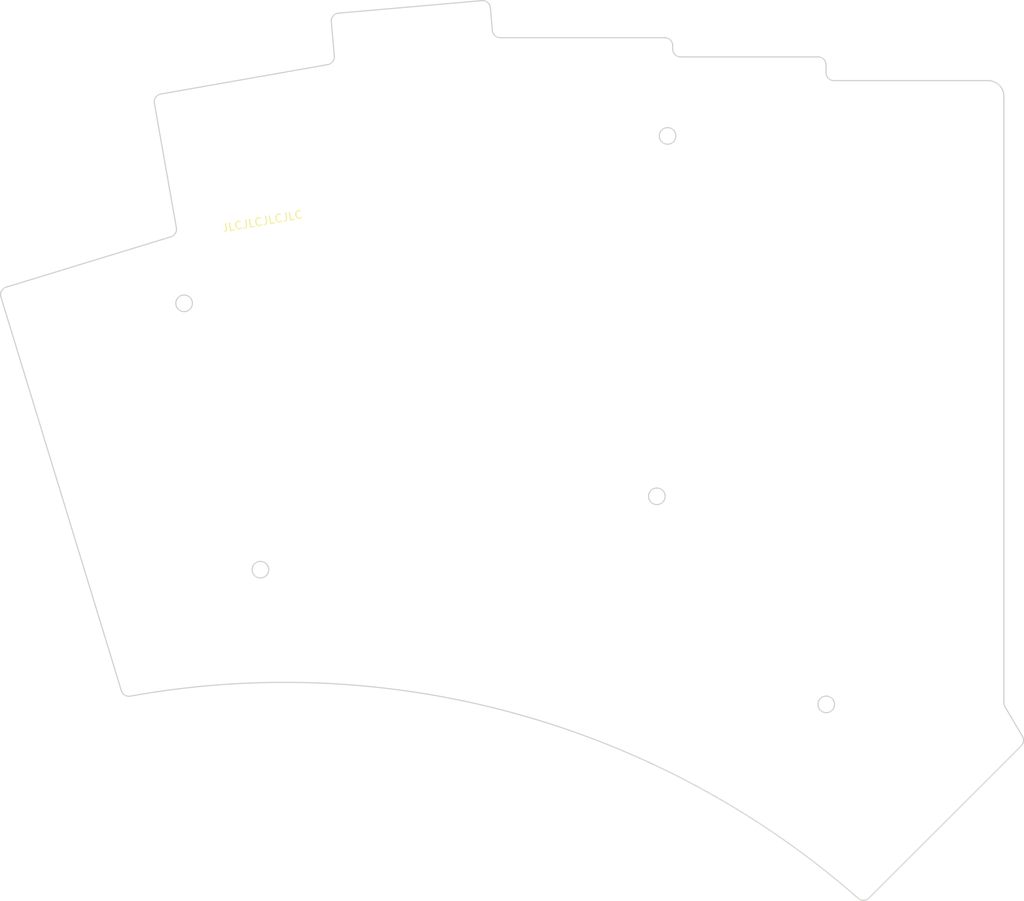
<source format=kicad_pcb>

            
(kicad_pcb (version 20211014) (generator pcbnew)

  (general
    (thickness 1.6)
  )

  (paper "A3")
  (title_block
    (title "porcupine_bottom_plate")
    (rev "v0.0.1")
    (company "Anarion")
  )

  (layers
    (0 "F.Cu" signal)
    (31 "B.Cu" signal)
    (32 "B.Adhes" user "B.Adhesive")
    (33 "F.Adhes" user "F.Adhesive")
    (34 "B.Paste" user)
    (35 "F.Paste" user)
    (36 "B.SilkS" user "B.Silkscreen")
    (37 "F.SilkS" user "F.Silkscreen")
    (38 "B.Mask" user)
    (39 "F.Mask" user)
    (40 "Dwgs.User" user "User.Drawings")
    (41 "Cmts.User" user "User.Comments")
    (42 "Eco1.User" user "User.Eco1")
    (43 "Eco2.User" user "User.Eco2")
    (44 "Edge.Cuts" user)
    (45 "Margin" user)
    (46 "B.CrtYd" user "B.Courtyard")
    (47 "F.CrtYd" user "F.Courtyard")
    (48 "B.Fab" user)
    (49 "F.Fab" user)
  )

  (setup
    (last_trace_width 0.25)
    (trace_clearance 0.2)
    (zone_clearance 0.508)
    (zone_45_only no)
    (trace_min 0.2)
    (via_size 0.8)
    (via_drill 0.4)
    (via_min_size 0.4)
    (via_min_drill 0.3)
    (uvia_size 0.3)
    (uvia_drill 0.1)
    (uvias_allowed no)
    (uvia_min_size 0.2)
    (uvia_min_drill 0.1)
    (edge_width 0.05)
    (segment_width 0.2)
    (pcb_text_width 0.3)
    (pcb_text_size 1.5 1.5)
    (mod_edge_width 0.12)
    (mod_text_size 1 1)
    (mod_text_width 0.15)
    (pad_size 1.524 1.524)
    (pad_drill 0.762)
    (pad_to_mask_clearance 0.05)
    (aux_axis_origin 0 0)
    (visible_elements FFFFFF7F)
    (pcbplotparams
      (layerselection 0x00010fc_ffffffff)
      (disableapertmacros false)
      (usegerberextensions false)
      (usegerberattributes true)
      (usegerberadvancedattributes true)
      (creategerberjobfile true)
      (svguseinch false)
      (svgprecision 6)
      (excludeedgelayer true)
      (plotframeref false)
      (viasonmask false)
      (mode 1)
      (useauxorigin false)
      (hpglpennumber 1)
      (hpglpenspeed 20)
      (hpglpendiameter 15.000000)
      (dxfpolygonmode true)
      (dxfimperialunits true)
      (dxfusepcbnewfont true)
      (psnegative false)
      (psa4output false)
      (plotreference true)
      (plotvalue true)
      (plotinvisibletext false)
      (sketchpadsonfab false)
      (subtractmaskfromsilk false)
      (outputformat 1)
      (mirror false)
      (drillshape 1)
      (scaleselection 1)
      (outputdirectory "")
    )
  )

            (net 0 "")
            
  (net_class Default "This is the default net class."
    (clearance 0.2)
    (trace_width 0.25)
    (via_dia 0.8)
    (via_drill 0.4)
    (uvia_dia 0.3)
    (uvia_drill 0.1)
    (add_net "")
  )

            
  (net_class Power "This is the power net class."
    (clearance 0.2)
    (trace_width 0.5)
    (via_dia 0.8)
    (via_drill 0.4)
    (uvia_dia 0.3)
    (uvia_drill 0.1)
    
  )

            
            (gr_text "JLCJLCJLCJLC" (at 180.43148419999997 104.40721570000002 10) (layer F.SilkS)
                (effects (font (size 1 1) (thickness 0.15) ) (justify left))
            )
        
            (gr_line (start 152.53344641204168 113.07413928058628) (end 167.76747673532017 162.9024072892015) (layer "Edge.Cuts") (width 0.15))
(gr_line (start 153.19737951204172 111.82546278058635) (end 174.03796868146463 105.45385530529964) (layer "Edge.Cuts") (width 0.15))
(gr_line (start 171.94717698750728 88.53943301520655) (end 174.73040478146467 104.32390230529973) (layer "Edge.Cuts") (width 0.15))
(gr_line (start 172.75833658750724 87.3809770152065) (end 193.88583506969596 83.6556289755185) (layer "Edge.Cuts") (width 0.15))
(gr_line (start 195.23640693575206 77.14530915412462) (end 213.36715045351258 75.55907463806577) (layer "Edge.Cuts") (width 0.15))
(gr_line (start 214.4505008535126 76.46811363806592) (end 214.70152561920827 79.33733959999972) (layer "Edge.Cuts") (width 0.15))
(gr_line (start 194.7083815696959 82.58366547551805) (end 194.32736793575208 78.22865955412499) (layer "Edge.Cuts") (width 0.15))
(gr_line (start 215.6977203192083 80.25018390000002) (end 236.51108699999997 80.25018390000002) (layer "Edge.Cuts") (width 0.15))
(gr_line (start 237.51108699999997 81.25018390000002) (end 237.51108699999997 81.6835173) (layer "Edge.Cuts") (width 0.15))
(gr_line (start 256.91108699999995 84.6835173) (end 256.91108699999995 83.6835173) (layer "Edge.Cuts") (width 0.15))
(gr_line (start 238.51108699999997 82.6835173) (end 255.91108699999995 82.6835173) (layer "Edge.Cuts") (width 0.15))
(gr_line (start 279.54963259999994 164.9340674408998) (end 281.753839900881 168.67312479911902) (layer "Edge.Cuts") (width 0.15))
(gr_line (start 281.5994923008809 169.88806659911899) (end 262.3476090500001 189.13994985) (layer "Edge.Cuts") (width 0.15))
(gr_arc (start 260.9807776993917 189.18435062049684) (mid 217.86526186644628 165.86692303802806) (end 168.90114461139046 163.5941810733986) (layer "Edge.Cuts") (width 0.15))
(gr_line (start 279.41108699999995 164.4262324408998) (end 279.41108699999995 87.6835173) (layer "Edge.Cuts") (width 0.15))
(gr_arc (start 279.41108699999995 87.6835173) (mid 278.82530056237306 86.26930373762691) (end 277.41108699999995 85.6835173) (layer "Edge.Cuts") (width 0.15))
(gr_line (start 277.41108699999995 85.6835173) (end 257.91108699999995 85.6835173) (layer "Edge.Cuts") (width 0.15))
(gr_arc (start 167.76747673895213 162.9024072880911) (mid 168.20289257922215 163.46366006790788) (end 168.90114461262368 163.5941810802419) (layer "Edge.Cuts") (width 0.15))
(gr_arc (start 260.9807777390965 189.18435057526827) (mid 261.67296954817664 189.43231579667957) (end 262.3476089811866 189.13994978118654) (layer "Edge.Cuts") (width 0.15))
(gr_arc (start 281.59949228206744 169.88806658030555) (mid 281.8844121603045 169.30698799831566) (end 281.75383987051276 168.67312481702137) (layer "Edge.Cuts") (width 0.15))
(gr_arc (start 279.41108699999995 164.4262324408998) (mid 279.44634496980956 164.6894297341687) (end 279.5496326303681 164.93406742299751) (layer "Edge.Cuts") (width 0.15))
(gr_arc (start 256.91108699999995 84.6835173) (mid 257.2039802188134 85.39062408118656) (end 257.91108699999995 85.6835173) (layer "Edge.Cuts") (width 0.15))
(gr_arc (start 256.91108699999995 83.6835173) (mid 256.6181937811865 82.97641051881345) (end 255.91108699999995 82.6835173) (layer "Edge.Cuts") (width 0.15))
(gr_arc (start 237.51108699999997 81.6835173) (mid 237.80398021881342 82.39062408118656) (end 238.51108699999997 82.6835173) (layer "Edge.Cuts") (width 0.15))
(gr_arc (start 237.51108699999997 81.25018390000002) (mid 237.21819378118653 80.54307711881347) (end 236.51108699999997 80.25018390000002) (layer "Edge.Cuts") (width 0.15))
(gr_arc (start 214.7015256173905 79.33733960015876) (mid 215.02213009583272 79.98746122236886) (end 215.6977203192083 80.25018390000002) (layer "Edge.Cuts") (width 0.15))
(gr_arc (start 214.45050085533038 76.46811363790688) (mid 214.09709379594852 75.78922492242697) (end 213.36715045335356 75.55907463624818) (layer "Edge.Cuts") (width 0.15))
(gr_arc (start 195.236406935593 77.14530915230685) (mid 194.55751822011297 77.49871621168882) (end 194.3273679339343 78.22865955428402) (layer "Edge.Cuts") (width 0.15))
(gr_arc (start 193.88583506098706 83.65562892612797) (mid 194.5055402011854 83.27958261599744) (end 194.70838157151366 82.58366547535901) (layer "Edge.Cuts") (width 0.15))
(gr_arc (start 172.75833659621605 87.38097706459662) (mid 172.11283273528315 87.792208390188) (end 171.94717703689736 88.53943300649775) (layer "Edge.Cuts") (width 0.15))
(gr_arc (start 174.03796866955577 105.45385526634745) (mid 174.59823714488942 105.02004907153209) (end 174.73040473207456 104.32390231400854) (layer "Edge.Cuts") (width 0.15))
(gr_arc (start 153.1973795239506 111.82546281953849) (mid 152.60680362734763 112.3122960024446) (end 152.53344645099386 113.0741392686774) (layer "Edge.Cuts") (width 0.15))
(gr_circle (center 175.70320489999997 113.87206510000001) (end 176.7532049 113.87206510000001) (layer "Edge.Cuts") (width 0.15))
(gr_circle (center 185.35777240000002 147.5852047) (end 186.40777240000003 147.5852047) (layer "Edge.Cuts") (width 0.15))
(gr_circle (center 236.871087 92.6835173) (end 237.921087 92.6835173) (layer "Edge.Cuts") (width 0.15))
(gr_circle (center 235.51108699999997 138.3001839) (end 236.561087 138.3001839) (layer "Edge.Cuts") (width 0.15))
(gr_circle (center 256.93883089999997 164.6381112) (end 257.9888309 164.6381112) (layer "Edge.Cuts") (width 0.15))
            
)

        
</source>
